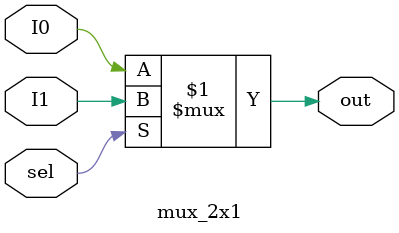
<source format=v>
module mux_2x1 (I0,I1,sel,out);
    input I0;
    input I1;
    input sel;
    output wire out;
    assign out = sel ? I1 : I0;
endmodule



//module mux_2x1(I0,I1,sel,out);
//input I0,I1,sel;
//output reg out;
//
//always @(*)begin
//	if(sel) 
//	out=I1;
//	else 
//	out=I0;
//end
//endmodule

</source>
